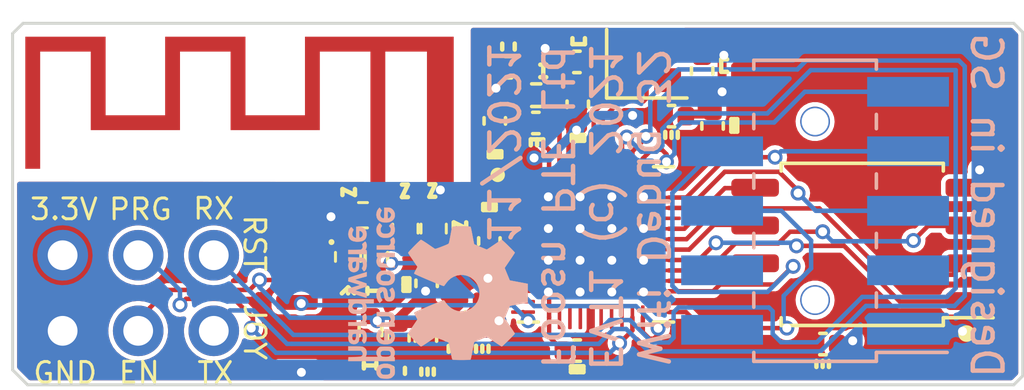
<source format=kicad_pcb>
(kicad_pcb (version 20211014) (generator pcbnew)

  (general
    (thickness 1.6)
  )

  (paper "A4")
  (layers
    (0 "F.Cu" signal)
    (31 "B.Cu" signal)
    (32 "B.Adhes" user "B.Adhesive")
    (33 "F.Adhes" user "F.Adhesive")
    (34 "B.Paste" user)
    (35 "F.Paste" user)
    (36 "B.SilkS" user "B.Silkscreen")
    (37 "F.SilkS" user "F.Silkscreen")
    (38 "B.Mask" user)
    (39 "F.Mask" user)
    (40 "Dwgs.User" user "User.Drawings")
    (41 "Cmts.User" user "User.Comments")
    (42 "Eco1.User" user "User.Eco1")
    (43 "Eco2.User" user "User.Eco2")
    (44 "Edge.Cuts" user)
    (45 "Margin" user)
    (46 "B.CrtYd" user "B.Courtyard")
    (47 "F.CrtYd" user "F.Courtyard")
    (48 "B.Fab" user)
    (49 "F.Fab" user)
    (50 "User.1" user)
    (51 "User.2" user)
    (52 "User.3" user)
    (53 "User.4" user)
    (54 "User.5" user)
    (55 "User.6" user)
    (56 "User.7" user)
    (57 "User.8" user)
    (58 "User.9" user)
  )

  (setup
    (stackup
      (layer "F.SilkS" (type "Top Silk Screen") (color "White"))
      (layer "F.Paste" (type "Top Solder Paste"))
      (layer "F.Mask" (type "Top Solder Mask") (color "Blue") (thickness 0.01))
      (layer "F.Cu" (type "copper") (thickness 0.035))
      (layer "dielectric 1" (type "core") (thickness 1.51) (material "FR4") (epsilon_r 4.5) (loss_tangent 0.02))
      (layer "B.Cu" (type "copper") (thickness 0.035))
      (layer "B.Mask" (type "Bottom Solder Mask") (color "Blue") (thickness 0.01))
      (layer "B.Paste" (type "Bottom Solder Paste"))
      (layer "B.SilkS" (type "Bottom Silk Screen") (color "White"))
      (copper_finish "ENIG")
      (dielectric_constraints no)
    )
    (pad_to_mask_clearance 0)
    (pcbplotparams
      (layerselection 0x00010fc_ffffffff)
      (disableapertmacros false)
      (usegerberextensions true)
      (usegerberattributes true)
      (usegerberadvancedattributes true)
      (creategerberjobfile true)
      (svguseinch false)
      (svgprecision 6)
      (excludeedgelayer true)
      (plotframeref false)
      (viasonmask false)
      (mode 1)
      (useauxorigin false)
      (hpglpennumber 1)
      (hpglpenspeed 20)
      (hpglpendiameter 15.000000)
      (dxfpolygonmode true)
      (dxfimperialunits true)
      (dxfusepcbnewfont true)
      (psnegative false)
      (psa4output false)
      (plotreference true)
      (plotvalue true)
      (plotinvisibletext false)
      (sketchpadsonfab false)
      (subtractmaskfromsilk false)
      (outputformat 1)
      (mirror false)
      (drillshape 0)
      (scaleselection 1)
      (outputdirectory "Webug-Outputs-20211124")
    )
  )

  (property "CONFIGURATIONPARAMETERS" "")
  (property "CONFIGURATORNAME" "")
  (property "DOCUMENTNUMBER" "21")
  (property "ISUSERCONFIGURABLE" "")
  (property "SHEETTOTAL" "21")
  (property "SPICEMODELCACHE" "")
  (property "VERSIONCONTROL_PROJFOLDERREVNUMBER" "")
  (property "VERSIONCONTROL_REVNUMBER" "")

  (net 0 "")
  (net 1 "GND")
  (net 2 "Net-(A1-Pad1)")
  (net 3 "V3V3")
  (net 4 "Net-(C11-Pad1)")
  (net 5 "/EN")
  (net 6 "/BOOT_MODE")
  (net 7 "/UART_TX")
  (net 8 "/UART_RX")
  (net 9 "/TGT_GPIO1")
  (net 10 "/TGT_GPIO2")
  (net 11 "/TGT_GPIO3")
  (net 12 "/TGT_SWDIO")
  (net 13 "/TGT_UART_TX")
  (net 14 "/TGT_SWCLK")
  (net 15 "/TGT_UART_RX")
  (net 16 "/TGT_RESET")
  (net 17 "unconnected-(U1-Pad5)")
  (net 18 "unconnected-(U1-Pad6)")
  (net 19 "unconnected-(U1-Pad7)")
  (net 20 "unconnected-(U1-Pad8)")
  (net 21 "unconnected-(U1-Pad10)")
  (net 22 "unconnected-(U1-Pad11)")
  (net 23 "unconnected-(U1-Pad12)")
  (net 24 "unconnected-(U1-Pad13)")
  (net 25 "unconnected-(U1-Pad16)")
  (net 26 "unconnected-(U1-Pad17)")
  (net 27 "unconnected-(U1-Pad18)")
  (net 28 "unconnected-(U1-Pad20)")
  (net 29 "unconnected-(U1-Pad21)")
  (net 30 "unconnected-(U1-Pad22)")
  (net 31 "unconnected-(U1-Pad34)")
  (net 32 "unconnected-(Y1-Pad2)")
  (net 33 "unconnected-(Y1-Pad4)")
  (net 34 "unconnected-(U1-Pad42)")
  (net 35 "Net-(U1-Pad29)")
  (net 36 "Net-(U1-Pad30)")
  (net 37 "Net-(U1-Pad32)")
  (net 38 "Net-(U1-Pad33)")
  (net 39 "Net-(C1-Pad2)")
  (net 40 "Net-(C2-Pad1)")
  (net 41 "Net-(C6-Pad1)")
  (net 42 "Net-(C9-Pad1)")
  (net 43 "Net-(D1-Pad1)")
  (net 44 "Net-(L2-Pad2)")
  (net 45 "Net-(R3-Pad1)")
  (net 46 "Net-(U1-Pad28)")
  (net 47 "Net-(U1-Pad31)")
  (net 48 "Net-(U1-Pad14)")

  (footprint "Capacitor_SMD:C_0402_1005Metric" (layer "F.Cu") (at 93.35 110.25 180))

  (footprint "Capacitor_SMD:C_0402_1005Metric" (layer "F.Cu") (at 96.52 102.37))

  (footprint "Capacitor_SMD:C_0402_1005Metric" (layer "F.Cu") (at 88.2644 109.8254 90))

  (footprint "Resistor_SMD:R_0402_1005Metric" (layer "F.Cu") (at 91.9726 101.6648))

  (footprint "Capacitor_SMD:C_0402_1005Metric" (layer "F.Cu") (at 88.2896 107.9894 -90))

  (footprint "Capacitor_SMD:C_0402_1005Metric" (layer "F.Cu") (at 97.9 102.7 90))

  (footprint "Capacitor_SMD:C_0402_1005Metric" (layer "F.Cu") (at 101.61 110.03))

  (footprint "Capacitor_SMD:C_0402_1005Metric" (layer "F.Cu") (at 91.96 102.6 180))

  (footprint "Inductor_SMD:L_0402_1005Metric" (layer "F.Cu") (at 89.458 107.202 90))

  (footprint "Capacitor_SMD:C_0402_1005Metric" (layer "F.Cu") (at 90.15 109.0536 90))

  (footprint "Capacitor_SMD:C_0402_1005Metric" (layer "F.Cu") (at 93.3696 101.9696 90))

  (footprint "Capacitor_SMD:C_0402_1005Metric" (layer "F.Cu") (at 87.34 109.82 90))

  (footprint "Capacitor_SMD:C_0402_1005Metric" (layer "F.Cu") (at 90.3978 106.567 -90))

  (footprint "WifiDebugLibrary:QFN-48-1EP_5x5mm_P0.35mm_EP3.7x3.7mm_ThermalVias" (layer "F.Cu") (at 93.98 106.68))

  (footprint "Inductor_SMD:L_0402_1005Metric" (layer "F.Cu") (at 87.55 106.1352 -90))

  (footprint "Capacitor_SMD:C_0402_1005Metric" (layer "F.Cu") (at 97.55 100.85 90))

  (footprint "WifiDebugLibrary:PinHeader_2x03_P2.54mm_Vertical" (layer "F.Cu") (at 76.055 109.585 90))

  (footprint "Capacitor_SMD:C_0402_1005Metric" (layer "F.Cu") (at 89.225 109.0562 -90))

  (footprint "Capacitor_SMD:C_0402_1005Metric" (layer "F.Cu") (at 91.0328 100.725 180))

  (footprint "WifiDebugLibrary:Texas_SWRA117D_2.4GHz_Left" (layer "F.Cu") (at 86.65 104.85))

  (footprint "Capacitor_SMD:C_0402_1005Metric" (layer "F.Cu") (at 90.58 102.53 90))

  (footprint "Crystal:Crystal_SMD_2016-4Pin_2.0x1.6mm" (layer "F.Cu") (at 95.69 100.61))

  (footprint "WifiDebugLibrary:Pushbutton-2.1x1.6mm" (layer "F.Cu") (at 83.93 109.78 -90))

  (footprint "WifiDebugLibrary:SOIC-8_5.23x5.23mm_P1.27mm" (layer "F.Cu") (at 102.93 106.68 180))

  (footprint "Inductor_SMD:L_0402_1005Metric" (layer "F.Cu") (at 86.14 105.69))

  (footprint "Inductor_SMD:L_0402_1005Metric" (layer "F.Cu") (at 88.4928 106.1352 -90))

  (footprint "Resistor_SMD:R_0402_1005Metric" (layer "F.Cu") (at 86.4 109.6 90))

  (footprint "WifiDebugLibrary:LED_0402_1005Metric" (layer "F.Cu") (at 85.65 107.11 -90))

  (footprint "Capacitor_SMD:C_0402_1005Metric" (layer "F.Cu") (at 93.34 100.5472 180))

  (footprint "WifiDebugLibrary:Pushbutton-2.1x1.6mm" (layer "F.Cu") (at 83.93 106.73 -90))

  (footprint "Resistor_SMD:R_0402_1005Metric" (layer "F.Cu") (at 86.6 107.11 90))

  (footprint "WifiDebugLibrary:PinSocket_2x05_P2.00mm_Vertical_SMD" (layer "B.Cu") (at 101.3452 105.551))

  (footprint "Symbol:OSHW-Logo_5.7x6mm_SilkScreen" (layer "B.Cu") (at 88.675 108.325 90))

  (gr_line (start 93.165 103.2) (end 93.165 103) (layer "F.SilkS") (width 0.15) (tstamp 026b9422-2aaf-48f9-9a5d-3afff5ce9e6c))
  (gr_line (start 92.21 103.15) (end 91.79 103.15) (layer "F.SilkS") (width 0.15) (tstamp 02904775-625f-40fe-a539-9856c3d988d3))
  (gr_line (start 98.53 102.47) (end 98.73 102.47) (layer "F.SilkS") (width 0.15) (tstamp 0359ac0b-576c-4014-9a6c-18c8bc0629c9))
  (gr_line (start 101.39 110.6) (end 101.39 110.8) (layer "F.SilkS") (width 0.15) (tstamp 0abcd227-34f7-423e-a6cd-5e646c1a3197))
  (gr_line (start 90.83 100.13) (end 90.83 99.93) (layer "F.SilkS") (width 0.15) (tstamp 0ca252d6-62e9-4264-b745-2a1198778908))
  (gr_line (start 93.375 103.2) (end 93.375 103) (layer "F.SilkS") (width 0.15) (tstamp 0ceb04de-f994-481d-b2dd-d53358073217))
  (gr_line (start 91.25 100.13) (end 91.25 99.93) (layer "F.SilkS") (width 0.15) (tstamp 13618fa9-e344-47bd-9590-4e556c2f3743))
  (gr_line (start 92.11 101.06) (end 92.31 101.06) (layer "F.SilkS") (width 0.15) (tstamp 13a586f9-f6d9-462d-9eec-2f19d4a46737))
  (gr_line (start 85.88 105.02) (end 85.46 104.82) (layer "F.SilkS") (width 0.15) (tstamp 13a87a20-eb8c-488c-90d0-244409d5f454))
  (gr_line (start 98.53 102.89) (end 98.73 102.89) (layer "F.SilkS") (width 0.15) (tstamp 1630496c-45cd-4753-9bbc-92169de925b1))
  (gr_line (start 89.62 105.94) (end 89.62 106.14) (layer "F.SilkS") (width 0.15) (tstamp 197c06e8-6032-4049-87ae-811b51723db7))
  (gr_line (start 87.15 106) (end 87.15 106.3) (layer "F.SilkS") (width 0.1) (tstamp 1f8e861b-a891-4871-b1ce-127f0866f243))
  (gr_line (start 90.8 103.55) (end 90.8 103.75) (layer "F.SilkS") (width 0.15) (tstamp 1fd37a59-ae1a-40d0-8cf1-279340331490))
  (gr_line (start 88.38 104.66) (end 88.58 104.66) (layer "F.SilkS") (width 0.15) (tstamp 21484e67-171c-47e1-9b53-4a6734436d95))
  (gr_line (start 86.6 110.75) (end 86.18 110.75) (layer "F.SilkS") (width 0.15) (tstamp 24bd3d09-952d-4431-8d27-c680ce1bb9f8))
  (gr_line (start 87.51 107.82) (end 87.51 108.24) (layer "F.SilkS") (width 0.15) (tstamp 24d11e27-4550-4820-9d9a-040bd6b90c64))
  (gr_line (start 86.18 110.85) (end 86.18 110.65) (layer "F.SilkS") (width 0.15) (tstamp 26a66737-faa3-431d-989e-37f9cfaf9ea5))
  (gr_line (start 87.46 105.09) (end 87.66 105.09) (layer "F.SilkS") (width 0.15) (tstamp 294b3c8f-1a68-4c07-999c-3793e6d98700))
  (gr_line (start 90.8 103.55) (end 90.38 103.55) (layer "F.SilkS") (width 0.15) (tstamp 2a023f06-445f-4222-a883-0d72790cd96e))
  (gr_line (start 93.585 103.2) (end 93.585 103) (layer "F.SilkS") (width 0.15) (tstamp 309d8764-2c38-4c10-ba37-496fce187a82))
  (gr_line (start 98.19 100.46) (end 98.19 100.88) (layer "F.SilkS") (width 0.15) (tstamp 3472034d-6f94-41e9-8278-2bf3f4f9bf1a))
  (gr_line (start 90.38 103.55) (end 90.38 103.75) (layer "F.SilkS") (width 0.15) (tstamp 37655525-6668-4f6c-900f-762f48e749fb))
  (gr_line (start 93.14 110.975) (end 93.56 110.975) (layer "F.SilkS") (width 0.15) (tstamp 40c0a637-de7d-4f82-86c5-e4d946e9e51b))
  (gr_line (start 98.39 100.88) (end 98.19 100.88) (layer "F.SilkS") (width 0.15) (tstamp 436a32ec-4244-455b-a141-53da101115e1))
  (gr_line (start 86 105.275) (end 86.3 105.275) (layer "F.SilkS") (width 0.1) (tstamp 46ad4ef9-be6c-4379-ae9a-23729745174d))
  (gr_line (start 93.19 99.95) (end 93.61 99.95) (layer "F.SilkS") (width 0.15) (tstamp 46daf55e-9bd6-48d7-b2e8-2db8d31fc7b2))
  (gr_line (start 87.51 108.03) (end 87.71 108.03) (layer "F.SilkS") (width 0.15) (tstamp 489ac250-e0cb-425f-975f-5c921d57eb54))
  (gr_line (start 88.1 106) (end 88.1 106.3) (layer "F.SilkS") (width 0.1) (tstamp 495f63ce-e053-424b-8571-17e76305aa3f))
  (gr_line (start 90.37 110.29) (end 90.37 110.09) (layer "F.SilkS") (width 0.15) (tstamp 4bd7065f-b30b-48f4-8789-89d61b50d953))
  (gr_line (start 90.61 105.325) (end 90.19 105.325) (layer "F.SilkS") (width 0.15) (tstamp 4c3b6a57-08bf-4df3-9eec-90325e36471a))
  (gr_line (start 86.075 106.95) (end 86.075 107.25) (layer "F.SilkS") (width 0.1) (tstamp 4d40c365-e892-4c54-8877-093e50bc3dfe))
  (gr_line (start 87.46 104.67) (end 87.66 104.67) (layer "F.SilkS") (width 0.15) (tstamp 576207d6-4835-415e-b038-31d02df8de1c))
  (gr_line (start 92 103.35) (end 92 103.15) (layer "F.SilkS") (width 0.15) (tstamp 581c684e-9d5d-47fb-9302-4cb128dcc899))
  (gr_line (start 101.6 110.6) (end 101.6 110.8) (layer "F.SilkS") (width 0.15) (tstamp 59055a4a-7c59-434a-b8d0-fd1d5afb2501))
  (gr_line (start 96.73 102.9) (end 96.73 103.1) (layer "F.SilkS") (width 0.15) (tstamp 5a5fcff0-2bd1-40d8-9e37-41c3125c6803))
  (gr_line (start 89.2 105.94) (end 89.62 106.14) (layer "F.SilkS") (width 0.15) (tstamp 5fda191a-3976-48e7-84e4-4a38c93a4cee))
  (gr_line (start 88.38 105.08) (end 88.58 104.66) (layer "F.SilkS") (width 0.15) (tstamp 6020e2a4-9acd-44db-a810-285d2717bc21))
  (gr_line (start 90.38 103.75) (end 90.8 103.75) (layer "F.SilkS") (width 0.15) (tstamp 6025f218-20de-4783-8273-663973957637))
  (gr_line (start 101.81 110.6) (end 101.81 110.8) (layer "F.SilkS") (width 0.15) (tstamp 60467aa1-cfca-4058-b804-4999cc608eb7))
  (gr_line (start 93.14 110.975) (end 93.14 110.775) (layer "F.SilkS") (width 0.15) (tstamp 62499b02-cf09-45c7-a6d3-6f7a8077d261))
  (gr_line (start 90.4 105.525) (end 90.4 105.325) (layer "F.SilkS") (width 0.15) (tstamp 6a0c89fb-2972-432f-aa74-3bf36fb9a9b5))
  (gr_line (start 93.35 110.975) (end 93.35 110.775) (layer "F.SilkS") (width 0.15) (tstamp 702c1ccf-3360-446f-91c0-dd2df04ea8a7))
  (gr_line (start 96.31 102.9) (end 96.31 103.1) (layer "F.SilkS") (width 0.15) (tstamp 72bd754a-72a0-4032-9066-a14b36365d1b))
  (gr_line (start 90.19 105.525) (end 90.61 105.525) (layer "F.SilkS") (width 0.15) (tstamp 73688032-efe7-490b-88b6-bf4ab4a6db94))
  (gr_line (start 98.53 102.47) (end 98.53 102.89) (layer "F.SilkS") (width 0.15) (tstamp 7388fb3a-9b6e-43bd-838b-a14dc05b7270))
  (gr_line (start 90.38 103.65) (end 90.8 103.65) (layer "F.SilkS") (width 0.15) (tstamp 76134670-72fe-4e9f-bf86-680c4756756e))
  (gr_line (start 93.61 99.75) (end 93.61 99.95) (layer "F.SilkS") (width 0.15) (tstamp 77cfdf8c-48aa-425f-9cbf-ce7fa56bc0a2))
  (gr_line (start 88.32 111.06) (end 88.32 110.86) (layer "F.SilkS") (width 0.15) (tstamp 792586fc-1c95-4974-951e-dd8ed4349511))
  (gr_line (start 85.65 108.125) (end 85.86 108.325) (layer "F.SilkS") (width 0.15) (tstamp 7932e8cc-7829-4ef5-a59b-e44788bb1297))
  (gr_line (start 88.11 111.06) (end 88.11 110.86) (layer "F.SilkS") (width 0.15) (tstamp 7c826680-07f7-4e48-aff8-0eedadc6abad))
  (gr_line (start 86 106.125) (end 86.3 106.125) (layer "F.SilkS") (width 0.1) (tstamp 7df4d25a-d5b4-439e-a144-2cdcba99776b))
  (gr_line (start 93.165 103.2) (end 93.585 103.2) (layer "F.SilkS") (width 0.15) (tstamp 85e0591f-ffbb-45ba-bd8a-6f983ff40f7a))
  (gr_line (start 89.05 107.375) (end 89.05 107.075) (layer "F.SilkS") (width 0.1) (tstamp 86be7e22-83e8-48ec-92fe-471cf32416a2))
  (gr_line (start 85.88 105.02) (end 85.88 104.82) (layer "F.SilkS") (width 0.15) (tstamp 879edb66-a054-4822-be32-9faa7526fc40))
  (gr_line (start 88.95 106) (end 88.95 106.3) (layer "F.SilkS") (width 0.1) (tstamp 8b4c7ee7-5a00-43ab-8031-23e58c0b1af5))
  (gr_line (start 89.45 110.09) (end 89.45 110.29) (layer "F.SilkS") (width 0.15) (tstamp 8d5c15c1-9c81-4954-9feb-17f87fa9cdc3))
  (gr_line (start 89.95 110.29) (end 89.95 110.09) (layer "F.SilkS") (width 0.15) (tstamp 9344ee7f-eb13-4318-91b5-539b284bf3d9))
  (gr_line (start 93.56 110.775) (end 93.14 110.775) (layer "F.SilkS") (width 0.15) (tstamp 94b313c0-019f-4820-8b64-f1c748dff9c8))
  (gr_line (start 89.24 110.09) (end 89.24 110.29) (layer "F.SilkS") (width 0.15) (tstamp 980f0ec1-1b9f-412d-937a-28990a59863b))
  (gr_line (start 90.19 105.525) (end 90.19 105.325) (layer "F.SilkS") (width 0.15) (tstamp 9a70e110-fca8-40e5-a553-25e48a301aa5))
  (gr_line (start 93.585 103.1) (end 93.165 103.1) (layer "F.SilkS") (width 0.15) (tstamp 9aeb5483-90e2-4ca1-acd0-b481bc1e5fea))
  (gr_line (start 85.65 108.125) (end 85.65 108.325) (layer "F.SilkS") (width 0.15) (tstamp 9bb24211-45f6-49ab-bda0-bda5c9366ea6))
  (gr_line (start 98.63 102.89) (end 98.63 102.47) (layer "F.SilkS") (width 0.15) (tstamp a230ab96-5008-4df0-b115-bd681dd2a0fb))
  (gr_line (start 87.61 108.24) (end 87.61 107.82) (layer "F.SilkS") (width 0.15) (tstamp a273e660-a80d-4cd8-94dc-181319903bf8))
  (gr_line (start 87.46 105.09) (end 87.66 104.67) (layer "F.SilkS") (width 0.15) (tstamp a4072935-6682-4071-ab02-f3fbdf2588b2))
  (gr_line (start 91.79 103.35) (end 91.79 103.15) (layer "F.SilkS") (width 0.15) (tstamp a4b6a935-7070-436b-9805-e1fbd54628d1))
  (gr_line (start 85.65 108.125) (end 85.44 108.325) (layer "F.SilkS") (width 0.15) (tstamp a5e795eb-0b86-4d7d-871c-772827d915f6))
  (gr_line (start 87.71 108.24) (end 87.71 107.82) (layer "F.SilkS") (width 0.15) (tstamp a749b753-4a17-4d03-aeea-6235c84dbd23))
  (gr_line (start 89.03 110.09) (end 89.03 110.29) (layer "F.SilkS") (width 0.15) (tstamp ab13bd6b-56f2-4011-be25-4625251cf989))
  (gr_line (start 90.61 105.425) (end 90.19 105.425) (layer "F.SilkS") (width 0.15) (tstamp aec93bcc-36b8-45dd-958e-719793c1c323))
  (gr_line (start 87.51 108.24) (end 87.71 108.24) (layer "F.SilkS") (width 0.15) (tstamp aff9e8a9-a51c-4f13-9107-40fce61f39dc))
  (gr_line (start 86.72 108.24) (end 86.3 108.24) (layer "F.SilkS") (width 0.15) (tstamp b49ec842-45e9-4e65-a78b-5b786f73b069))
  (gr_line (start 88.53 111.06) (end 88.53 110.86) (layer "F.SilkS") (width 0.15) (tstamp b5d5826b-e001-4486-9124-1dca01f27014))
  (gr_line (start 92.21 101.06) (end 92.21 100.64) (layer "F.SilkS") (width 0.15) (tstamp b722e5cb-ffce-4518-8712-2149985acb99))
  (gr_line (start 98.73 102.89) (end 98.73 102.47) (layer "F.SilkS") (width 0.15) (tstamp bc4e0298-47bd-4da0-b961-b4832b51028a))
  (gr_line (start 87.51 107.82) (end 87.71 107.82) (layer "F.SilkS") (width 0.15) (tstamp bfbf74fe-59bb-4a8f-8db4-430a14c29eb4))
  (gr_line (start 86.6 110.85) (end 86.6 110.65) (layer "F.SilkS") (width 0.15) (tstamp c667a016-8123-46a7-b548-7854c56ebc76))
  (gr_line (start 93.56 110.975) (end 93.56 110.775) (layer "F.SilkS") (width 0.15) (tstamp c9623b21-015c-4e16-9f61-b64472e07802))
  (gr_line (start 92.11 100.64) (end 92.31 100.64) (layer "F.SilkS") (width 0.15) (tstamp cb5b80b7-b89a-4927-b67b-569c71d6565f))
  (gr_line (start 89.2 105.94) (end 89.2 106.14) (layer "F.SilkS") (width 0.15) (tstamp cb9d1b1e-bf3f-4eab-b318-28aca10c8e9b))
  (gr_line (start 93.19 99.75) (end 93.19 99.95) (layer "F.SilkS") (width 0.15) (tstamp d4ff018a-ff61-4d64-9053-2df81da6b64f))
  (gr_line (start 98.39 100.46) (end 98.19 100.46) (layer "F.SilkS") (width 0.15) (tstamp d6a45082-f6af-438b-a5ba-6af631678e20))
  (gr_line (start 90.59 103.55) (end 90.59 103.75) (layer "F.SilkS") (width 0.15) (tstamp d90f2f44-7bfc-4664-aabd-560c6fa6d4ab))
  (gr_line (start 90.16 110.29) (end 90.16 110.09) (layer "F.SilkS") (width 0.15) (tstamp db6b2433-0e04-4b94-82aa-564e8784f7ab))
  (gr_line (start 88 106) (end 88 106.3) (layer "F.SilkS") (width 0.1) (tstamp e296d4d7-f52b-4305-b316-1779b02b36a3))
  (gr_line (start 87.14 111.03) (end 87.14 110.83) (layer "F.SilkS") (width 0.15) (tstamp e3a1386d-bc89-459f-b1b0-1f15ecc1e857))
  (gr_line (start 93.585 103) (end 93.165 103) (layer "F.SilkS") (width 0.15) (tstamp ea98ebf1-0948-4da7-88f1-d61486f46ac4))
  (gr_line (start 96.52 102.9) (end 96.52 103.1) (layer "F.SilkS") (width 0.15) (tstamp ed287762-23db-4203-8717-0868153d54e0))
  (gr_line (start 93.56 110.875) (end 93.14 110.875) (layer "F.SilkS") (width 0.15) (tstamp edcc6533-72db-4730-aa8d-b9f076b9b7fa))
  (gr_line (start 92.21 103.35) (end 92.21 103.15) (layer "F.SilkS") (width 0.15) (tstamp ee29372d-6dc4-4c85-b55d-7f568eb97fe2))
  (gr_line (start 85.46 105.02) (end 85.46 104.82) (layer "F.SilkS") (width 0.15) (tstamp eeb09670-98ce-4d85-84d2-8f56c2dca510))
  (gr_line (start 85.225 106.95) (end 85.225 107.25) (layer "F.SilkS") (width 0.1) (tstamp f00b9ef8-a2f5-4dc8-b9c6-4d6b0092fc8c))
  (gr_line (start 88.38 105.08) (end 88.58 105.08) (layer "F.SilkS") (width 0.15) (tstamp f37621eb-3f89-4f82-b662-2a783fac632f))
  (gr_line (start 98.53 102.68) (end 98.73 102.68) (layer "F.SilkS") (width 0.15) (tstamp f6d9385d-e72d-4523-a7f7-64ae6d453499))
  (gr_line (start 89.9 107.375) (end 89.9 107.075) (layer "F.SilkS") (width 0.1) (tstamp f7e29fd6-b4ce-4fb7-a18a-41f80a0fea54))
  (gr_line (start 86.3 108.34) (end 86.3 108.14) (layer "F.SilkS") (width 0.15) (tstamp f8c2bae5-571a-41f3-b377-7734746cbb3b))
  (gr_line (start 90.61 105.525) (end 90.61 105.325) (layer "F.SilkS") (width 0.15) (tstamp fa1ae514-1131-437a-bb4e-889a169faa04))
  (gr_line (start 87.56 111.03) (end 87.56 110.83) (layer "F.SilkS") (width 0.15) (tstamp fcc6b7ad-84af-4aba-982c-25dc7da00e9a))
  (gr_line (start 108.325 111.1006) (end 108.025 111.3994) (layer "Edge.Cuts") (width 0.1) (tstamp 1d502d58-83dc-40ed-8452-dc0f86824a14))
  (gr_line (start 108.325 111.1006) (end 108.3238 99.55) (layer "Edge.Cuts") (width 0.1) (tstamp 29661e20-0d3b-4fde-a6c4-71af17a2e942))
  (gr_line (start 108.025 99.25) (end 74.7238 99.25) (layer "Edge.Cuts") (width 0.1) (tstamp 2ae83449-e5b8-479f-a561-050228c06e3d))
  (gr_line (start 74.875 111.4) (end 108.025 111.3994) (layer "Edge.Cuts") (width 0.1) (tstamp 337f9c9e-becf-4ac4-9474-f2c888b1335a))
  (gr_line (start 74.875 111.4) (end 74.375 110.9) (layer "Edge.Cuts") (width 0.1) (tstamp 364ef025-2b68-4cfd-b48b-1e60c0090862))
  (gr_line (start 74.7238 99.25) (end 74.3738 99.5924) (layer "Edge.Cuts") (width 0.1) (tstamp b61f9eb1-0403-4699-99a8-3765789cc4f5))
  (gr_line (start 108.3238 99.55) (end 108.025 99.25) (layer "Edge.Cuts") (width 0.1) (tstamp d9c1c12e-bffc-4953-bc8f-ba532f4d133f))
  (gr_line (start 74.375 110.9) (end 74.3738 99.5924) (layer "Edge.Cuts") (width 0.1) (tstamp dc8d97c9-9567-45a5-aaac-0a7a155bba38))
  (gr_text "Designed in SG" (at 107.1 105.375 270) (layer "B.SilkS") (tstamp 2eff4a18-6943-43a8-ab9c-b23deaba2d39)
    (effects (font (size 1 1) (thickness 0.15)) (justify mirror))
  )
  (gr_text "11/2021" (at 90.85 103.25 270) (layer "B.SilkS") (tstamp 5b4cb0bd-5aab-4377-85fb-c34c5465635a)
    (effects (font (size 1 1) (thickness 0.15)) (justify mirror))
  )
  (gr_text "Wifi Debug 32\nEVT1 (c) 2021\nFoosn PTE Ltd" (at 94.275 105.425 270) (layer "B.SilkS") (tstamp ce40bb28-e522-4ad3-962b-b8e592e1f444)
    (effects (font (size 1 1) (thickness 0.15)) (justify mirror))
  )
  (gr_text "PRG" (at 78.67 105.5) (layer "F.SilkS") (tstamp 428a4c0b-33b0-46a6-b7a3-fdf088aa0792)
    (effects (font (size 0.7 0.7) (thickness 0.1)))
  )
  (gr_text "JOY" (at 82.51 109.63 270) (layer "F.SilkS") (tstamp 6ef57b51-29e6-4012-80f3-a9ff04a0cc63)
    (effects (font (size 0.7 0.7) (thickness 0.1)))
  )
  (gr_text "RST" (at 82.5 106.64 270) (layer "F.SilkS") (tstamp 83538189-496d-43c3-825e-b6a76caf0f56)
    (effects (font (size 0.7 0.7) (thickness 0.1)))
  )
  (gr_text "TX" (at 81.19 111) (layer "F.SilkS") (tstamp b8f42e56-f09f-4ac6-8356-65716d38b704)
    (effects (font (size 0.7 0.7) (thickness 0.1)))
  )
  (gr_text "RX" (at 81.13 105.48) (layer "F.SilkS") (tstamp ceef1b14-dada-4cd1-baac-ef03c2509802)
    (effects (font (size 0.7 0.7) (thickness 0.1)))
  )
  (gr_text "EN" (at 78.63 110.99) (layer "F.SilkS") (tstamp cfc82be1-bbc5-453c-b1f4-bdcd68ee1dd4)
    (effects (font (size 0.7 0.7) (thickness 0.1)))
  )
  (gr_text "3.3V" (at 76.1 105.5) (layer "F.SilkS") (tstamp e9901306-3854-4592-b6b7-331c4571c892)
    (effects (font (size 0.7 0.7) (thickness 0.1)))
  )
  (gr_text "GND" (at 76.14 110.998) (layer "F.SilkS") (tstamp ec424f74-9b9f-4fd9-9de1-2790fb9a6845)
    (effects (font (size 0.7 0.7) (thickness 0.1)))
  )

  (segment (start 90.15 108.602024) (end 90.15 108.5736) (width 0.3) (layer "F.Cu") (net 1) (tstamp 03f14d62-aa09-4b70-9326-2a094c9bc5f8))
  (segment (start 87.34 109.164543) (end 87.34 109.34) (width 0.3) (layer "F.Cu") (net 1) (tstamp 097d6026-09c2-414f-8c72-2b0c5de9a845))
  (segment (start 89.0132 109.3454) (end 89.204 109.5362) (width 0.3) (layer "F.Cu") (net 1) (tstamp 0c8befa7-9362-44c8-885c-eef84ff6507a))
  (segment (start 88.2644 109.3454) (end 88.2644 108.4946) (width 0.3) (layer "F.Cu") (net 1) (tstamp 0cda26e9-d424-453d-b623-fd4328d6b2cb))
  (segment (start 84.03002 110.93) (end 84.08 110.97998) (width 0.15) (layer "F.Cu") (net 1) (tstamp 1ab31a7e-6859-4f65-a33d-c38e0cd930cd))
  (segment (start 92.8642 100.5472) (end 92.8642 100.9842) (width 0.3) (layer "F.Cu") (net 1) (tstamp 2266fec4-bf42-4991-b8b5-1e3e7c7ac436))
  (segment (start 83.92 110.93) (end 84.03002 110.93) (width 0.15) (layer "F.Cu") (net 1) (tstamp 2446d1e2-c52b-4189-8419-7e4417c2b4c0))
  (segment (start 90.1184 108.5736) (end 90.1184 108.596202) (width 0.3) (layer "F.Cu") (net 1) (tstamp 24f2d914-618c-4b43-a391-293a447db9c1))
  (segment (start 88.59248 108.899082) (end 89.204 109.510602) (width 0.3) (layer "F.Cu") (net 1) (tstamp 272f5b19-45dc-4465-a52d-f9028817fb98))
  (segment (start 98.2202 101.551) (end 98.2202 100.382034) (width 0.3) (layer "F.Cu") (net 1) (tstamp 28c5039f-0398-4c7f-8978-bba8eb105f6c))
  (segment (start 88.59248 108.77228) (end 88.59248 108.899082) (width 0.3) (layer "F.Cu") (net 1) (tstamp 2d7c2d56-5c02-4083-8a35-fa25ec580c5a))
  (segment (start 106.53 104.775) (end 106.875 104.43) (width 0.15) (layer "F.Cu") (net 1) (tstamp 2e5cdebc-07c1-443b-afe8-89e1d13dc6ed))
  (segment (start 85.075 105.75) (end 84.35 105.75) (width 0.15) (layer "F.Cu") (net 1) (tstamp 34b3af85-11f7-4c44-ad3a-3c8a0c1166c2))
  (segment (start 88.2644 108.4946) (end 88.2896 108.4694) (width 0.3) (layer "F.Cu") (net 1) (tstamp 471d9a03-cb10-4c50-9ae4-6fc1d88919db))
  (segment (start 88.253816 108.250727) (end 87.34 109.164543) (width 0.3) (layer "F.Cu") (net 1) (tstamp 47ea9520-1f9a-4371-8f21-e1294d82bfa9))
  (segment (start 88.259 109.34) (end 88.2644 109.3454) (width 0.3) (layer "F.Cu") (net 1) (tstamp 493bf285-47ea-4d8c-8636-f7d526c53495))
  (segment (start 88.253816 108.250727) (end 88.253816 108.433616) (width 0.3) (layer "F.Cu") (net 1) (tstamp 4a4e4e70-8a79-4726-bb6e-018a4cb91301))
  (segment (start 88.4928 105.1072) (end 88.4928 105.6502) (width 0.5) (layer "F.Cu") (net 1) (tstamp 5088b672-c80f-4a46-9902-ba3c6d26ac1c))
  (segment (start 90.3978 107.047) (end 90.3978 108.2942) (width 0.3) (layer "F.Cu") (net 1) (tstamp 560bdcd1-f732-42aa-a86e-a375578df970))
  (segment (start 90.5528 100.725) (end 90.5528 101.9928) (width 0.3) (layer "F.Cu") (net 1) (tstamp 56440595-4193-4ef7-84af-6bd39a8b6960))
  (segment (start 88.4928 105.6502) (end 88.4928 105.7072) (width 0.3) (layer "F.Cu") (net 1) (tstamp 57b3334e-65e5-4417-aa46-e1384ea34e45))
  (segment (start 106.875 104.43) (end 106.875 104.175) (width 0.15) (layer "F.Cu") (net 1) (tstamp 631d1403-85b5-4b4a-aa61-f9329e4703b7))
  (segment (start 97.55 101.33) (end 97.55 102.2664) (width 0.3) (layer "F.Cu") (net 1) (tstamp 6461403a-6555-4dff-a5c6-842007e2ed3d))
  (segment (start 90.5528 101.9928) (end 90.6 102.04) (width 0.3) (layer "F.Cu") (net 1) (tstamp 6af3c53a-5f3e-49bd-a70c-8ed4ba409e88))
  (segment (start 92.405 109.13) (end 92.405 108.305) (width 0.15) (layer "F.Cu") (net 1) (tstamp 6dbd4269-5732-4c22-8847-d953638b5b73))
  (segment (start 88.2644 109.3454) (end 89.0132 109.3454) (width 0.3) (layer "F.Cu") (net 1) (tstamp 708feffe-187c-41aa-b07e-2802c633e637))
  (segment (start 88.253816 108.433616) (end 88.2896 108.4694) (width 0.3) (layer "F.Cu") (net 1) (tstamp 7209e80e-a1fe-4a96-8549-f749f8df41b8))
  (segment (start 90.6 102.04) (end 90.56 102.04) (width 0.3) (layer "F.Cu") (net 1) (tstamp 784eae3e-1010-4706-b6ec-0856e0e084e4))
  (segment (start 85.655 105.69) (end 85.135 105.69) (width 0.
... [246656 chars truncated]
</source>
